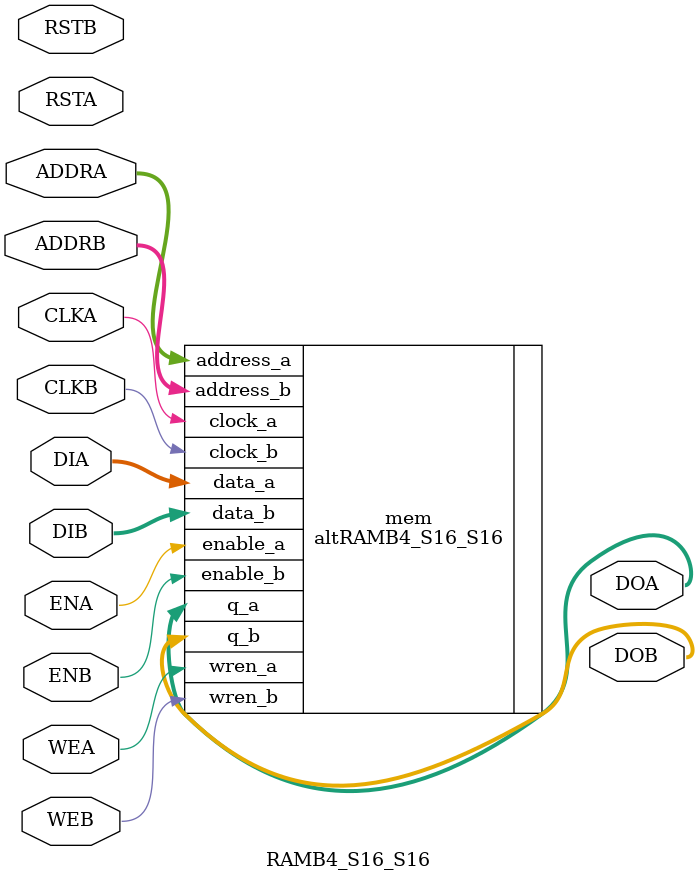
<source format=v>
`include "timescale.v"
module RAMB4_S16_S16(WEA,WEB,ENA,ENB,RSTA,RSTB,CLKA,CLKB,
	ADDRA,ADDRB,DIA,DIB,DOA,DOB);
input WEA,WEB,ENA,ENB,RSTA,RSTB,CLKA,CLKB;
input	[7:0]ADDRA;
input	[7:0] ADDRB;
input	[15:0]  DIA;
input	[15:0]  DIB;
output[15:0]  DOA;
output[15:0]  DOB;

altRAMB4_S16_S16 mem (
	.address_a (ADDRA),
	.address_b (ADDRB),
	.clock_a (CLKA),
	.clock_b (CLKB),
	.data_a (DIA),
	.data_b (DIB),
	.enable_a (ENA),
	.enable_b (ENB),
	.wren_a ( WEA),
	.wren_b ( WEB),
	.q_a (DOA),
	.q_b (DOB)
	);

endmodule

</source>
